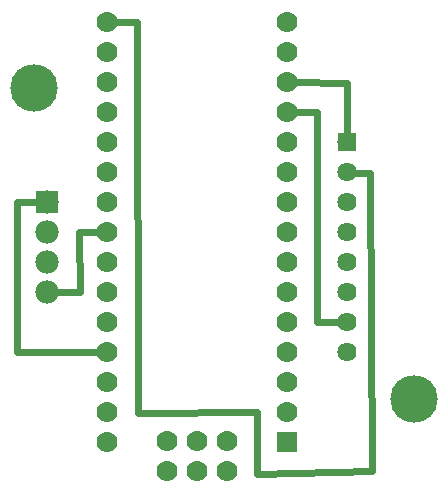
<source format=gtl>
G04 MADE WITH FRITZING*
G04 WWW.FRITZING.ORG*
G04 DOUBLE SIDED*
G04 HOLES PLATED*
G04 CONTOUR ON CENTER OF CONTOUR VECTOR*
%ASAXBY*%
%FSLAX23Y23*%
%MOIN*%
%OFA0B0*%
%SFA1.0B1.0*%
%ADD10C,0.064000*%
%ADD11C,0.070000*%
%ADD12C,0.078000*%
%ADD13C,0.158110*%
%ADD14R,0.064000X0.064000*%
%ADD15R,0.069958X0.070000*%
%ADD16R,0.077944X0.077986*%
%ADD17C,0.024000*%
%LNCOPPER1*%
G90*
G70*
G54D10*
X1270Y1183D03*
X1270Y1083D03*
X1270Y983D03*
X1270Y883D03*
X1270Y783D03*
X1270Y683D03*
X1270Y583D03*
X1270Y483D03*
G54D11*
X1070Y183D03*
X1070Y283D03*
X1070Y383D03*
X1070Y483D03*
X1070Y583D03*
X1070Y683D03*
X1070Y783D03*
X1070Y883D03*
X1070Y983D03*
X1070Y1083D03*
X1070Y1183D03*
X1070Y1283D03*
X1070Y1383D03*
X1070Y1483D03*
X1070Y1583D03*
X470Y183D03*
X470Y283D03*
X470Y383D03*
X470Y483D03*
X470Y583D03*
X470Y683D03*
X470Y783D03*
X470Y883D03*
X470Y983D03*
X470Y1083D03*
X470Y1183D03*
X470Y1283D03*
X470Y1383D03*
X470Y1483D03*
X470Y1583D03*
X870Y88D03*
X870Y188D03*
X770Y88D03*
X770Y188D03*
X669Y88D03*
X669Y188D03*
G54D12*
X270Y983D03*
X270Y883D03*
X270Y783D03*
X270Y683D03*
G54D13*
X1494Y327D03*
X228Y1364D03*
G54D14*
X1270Y1183D03*
G54D15*
X1070Y183D03*
G54D16*
X270Y983D03*
G54D17*
X377Y884D02*
X452Y883D01*
D02*
X379Y683D02*
X377Y884D01*
D02*
X289Y683D02*
X379Y683D01*
D02*
X1171Y884D02*
X1170Y583D01*
D02*
X1170Y1283D02*
X1171Y884D01*
D02*
X1170Y583D02*
X1250Y583D01*
D02*
X1088Y1283D02*
X1170Y1283D01*
D02*
X1347Y1079D02*
X1290Y1082D01*
D02*
X1353Y87D02*
X1347Y1079D01*
D02*
X569Y1583D02*
X573Y281D01*
D02*
X573Y281D02*
X969Y285D01*
D02*
X969Y285D02*
X969Y78D01*
D02*
X969Y78D02*
X1353Y87D01*
D02*
X569Y1583D02*
X569Y1583D01*
D02*
X488Y1583D02*
X569Y1583D01*
D02*
X1270Y1382D02*
X1270Y1203D01*
D02*
X1088Y1383D02*
X1270Y1382D01*
D02*
X170Y983D02*
X170Y484D01*
D02*
X170Y484D02*
X452Y483D01*
D02*
X251Y983D02*
X170Y983D01*
G04 End of Copper1*
M02*
</source>
